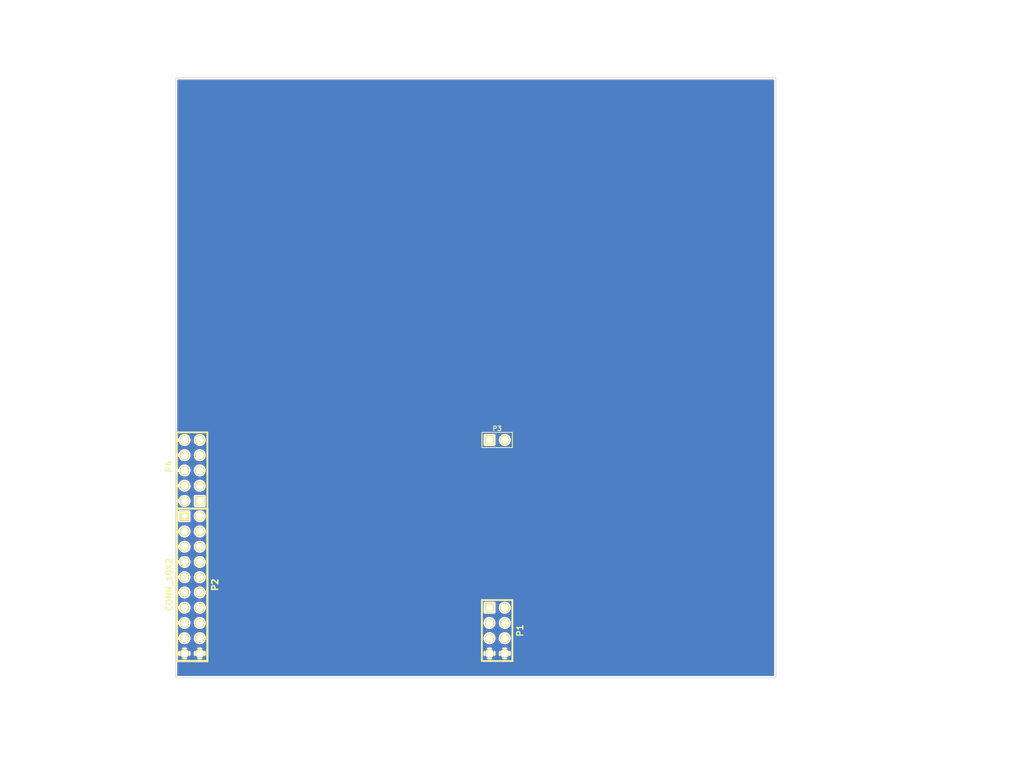
<source format=kicad_pcb>
(kicad_pcb (version 3) (host pcbnew "(2013-07-07 BZR 4022)-stable")

  (general
    (links 3)
    (no_connects 0)
    (area 96.266 79.121 266.827001 205.740001)
    (thickness 1.6)
    (drawings 16)
    (tracks 0)
    (zones 0)
    (modules 4)
    (nets 2)
  )

  (page A3)
  (layers
    (15 F.Cu signal)
    (0 B.Cu signal)
    (16 B.Adhes user)
    (17 F.Adhes user)
    (18 B.Paste user)
    (19 F.Paste user)
    (20 B.SilkS user)
    (21 F.SilkS user)
    (22 B.Mask user)
    (23 F.Mask user)
    (24 Dwgs.User user)
    (25 Cmts.User user)
    (26 Eco1.User user)
    (27 Eco2.User user)
    (28 Edge.Cuts user)
  )

  (setup
    (last_trace_width 0.254)
    (trace_clearance 0.2032)
    (zone_clearance 0.254)
    (zone_45_only no)
    (trace_min 0.254)
    (segment_width 0.2)
    (edge_width 0.1)
    (via_size 0.889)
    (via_drill 0.635)
    (via_min_size 0.889)
    (via_min_drill 0.508)
    (uvia_size 0.508)
    (uvia_drill 0.127)
    (uvias_allowed no)
    (uvia_min_size 0.508)
    (uvia_min_drill 0.127)
    (pcb_text_width 0.3)
    (pcb_text_size 1.5 1.5)
    (mod_edge_width 0.15)
    (mod_text_size 1 1)
    (mod_text_width 0.15)
    (pad_size 1.5 1.5)
    (pad_drill 0.6)
    (pad_to_mask_clearance 0)
    (aux_axis_origin 0 0)
    (visible_elements 7FFFFFFF)
    (pcbplotparams
      (layerselection 3178497)
      (usegerberextensions true)
      (excludeedgelayer true)
      (linewidth 0.150000)
      (plotframeref false)
      (viasonmask false)
      (mode 1)
      (useauxorigin false)
      (hpglpennumber 1)
      (hpglpenspeed 20)
      (hpglpendiameter 15)
      (hpglpenoverlay 2)
      (psnegative false)
      (psa4output false)
      (plotreference true)
      (plotvalue true)
      (plotothertext true)
      (plotinvisibletext false)
      (padsonsilk false)
      (subtractmaskfromsilk false)
      (outputformat 1)
      (mirror false)
      (drillshape 0)
      (scaleselection 1)
      (outputdirectory ""))
  )

  (net 0 "")
  (net 1 GND)

  (net_class Default "This is the default net class."
    (clearance 0.2032)
    (trace_width 0.254)
    (via_dia 0.889)
    (via_drill 0.635)
    (uvia_dia 0.508)
    (uvia_drill 0.127)
    (add_net "")
    (add_net GND)
  )

  (module pin_array_4x2 (layer F.Cu) (tedit 3FAB90E6) (tstamp 52DB405B)
    (at 179.07 184.15 270)
    (descr "Double rangee de contacts 2 x 4 pins")
    (tags CONN)
    (path /52DB4402)
    (fp_text reference P1 (at 0 -3.81 270) (layer F.SilkS)
      (effects (font (size 1.016 1.016) (thickness 0.2032)))
    )
    (fp_text value CONN_4X2 (at 0 3.81 270) (layer F.SilkS) hide
      (effects (font (size 1.016 1.016) (thickness 0.2032)))
    )
    (fp_line (start -5.08 -2.54) (end 5.08 -2.54) (layer F.SilkS) (width 0.3048))
    (fp_line (start 5.08 -2.54) (end 5.08 2.54) (layer F.SilkS) (width 0.3048))
    (fp_line (start 5.08 2.54) (end -5.08 2.54) (layer F.SilkS) (width 0.3048))
    (fp_line (start -5.08 2.54) (end -5.08 -2.54) (layer F.SilkS) (width 0.3048))
    (pad 1 thru_hole rect (at -3.81 1.27 270) (size 1.524 1.524) (drill 1.016)
      (layers *.Cu *.Mask F.SilkS)
    )
    (pad 2 thru_hole circle (at -3.81 -1.27 270) (size 1.524 1.524) (drill 1.016)
      (layers *.Cu *.Mask F.SilkS)
    )
    (pad 3 thru_hole circle (at -1.27 1.27 270) (size 1.524 1.524) (drill 1.016)
      (layers *.Cu *.Mask F.SilkS)
    )
    (pad 4 thru_hole circle (at -1.27 -1.27 270) (size 1.524 1.524) (drill 1.016)
      (layers *.Cu *.Mask F.SilkS)
    )
    (pad 5 thru_hole circle (at 1.27 1.27 270) (size 1.524 1.524) (drill 1.016)
      (layers *.Cu *.Mask F.SilkS)
    )
    (pad 6 thru_hole circle (at 1.27 -1.27 270) (size 1.524 1.524) (drill 1.016)
      (layers *.Cu *.Mask F.SilkS)
    )
    (pad 7 thru_hole circle (at 3.81 1.27 270) (size 1.524 1.524) (drill 1.016)
      (layers *.Cu *.Mask F.SilkS)
      (net 1 GND)
    )
    (pad 8 thru_hole circle (at 3.81 -1.27 270) (size 1.524 1.524) (drill 1.016)
      (layers *.Cu *.Mask F.SilkS)
      (net 1 GND)
    )
    (model pin_array/pins_array_4x2.wrl
      (at (xyz 0 0 0))
      (scale (xyz 1 1 1))
      (rotate (xyz 0 0 0))
    )
  )

  (module PIN_ARRAY_10X2 (layer F.Cu) (tedit 4D785D6A) (tstamp 52DB4077)
    (at 128.27 176.53 270)
    (descr "Double rangee de contacts 2 x 10 pins")
    (tags CONN)
    (path /52DB4411)
    (fp_text reference P2 (at 0 -3.81 270) (layer F.SilkS)
      (effects (font (size 1.016 1.016) (thickness 0.254)))
    )
    (fp_text value CONN_10X2 (at 0 3.81 270) (layer F.SilkS)
      (effects (font (size 1.016 1.016) (thickness 0.2032)))
    )
    (fp_line (start 12.7 2.54) (end -12.7 2.54) (layer F.SilkS) (width 0.381))
    (fp_line (start -12.7 -2.54) (end 12.7 -2.54) (layer F.SilkS) (width 0.381))
    (fp_line (start -12.7 -2.54) (end -12.7 2.54) (layer F.SilkS) (width 0.381))
    (fp_line (start 12.7 2.54) (end 12.7 -2.54) (layer F.SilkS) (width 0.381))
    (pad 1 thru_hole rect (at -11.43 1.27 270) (size 1.524 1.524) (drill 0.8128)
      (layers *.Cu *.Mask F.SilkS)
    )
    (pad 2 thru_hole circle (at -11.43 -1.27 270) (size 1.524 1.524) (drill 1.016)
      (layers *.Cu *.Mask F.SilkS)
    )
    (pad 3 thru_hole circle (at -8.89 1.27 270) (size 1.524 1.524) (drill 1.016)
      (layers *.Cu *.Mask F.SilkS)
    )
    (pad 4 thru_hole circle (at -8.89 -1.27 270) (size 1.524 1.524) (drill 1.016)
      (layers *.Cu *.Mask F.SilkS)
    )
    (pad 5 thru_hole circle (at -6.35 1.27 270) (size 1.524 1.524) (drill 1.016)
      (layers *.Cu *.Mask F.SilkS)
    )
    (pad 6 thru_hole circle (at -6.35 -1.27 270) (size 1.524 1.524) (drill 1.016)
      (layers *.Cu *.Mask F.SilkS)
    )
    (pad 7 thru_hole circle (at -3.81 1.27 270) (size 1.524 1.524) (drill 1.016)
      (layers *.Cu *.Mask F.SilkS)
    )
    (pad 8 thru_hole circle (at -3.81 -1.27 270) (size 1.524 1.524) (drill 1.016)
      (layers *.Cu *.Mask F.SilkS)
    )
    (pad 9 thru_hole circle (at -1.27 1.27 270) (size 1.524 1.524) (drill 1.016)
      (layers *.Cu *.Mask F.SilkS)
    )
    (pad 10 thru_hole circle (at -1.27 -1.27 270) (size 1.524 1.524) (drill 1.016)
      (layers *.Cu *.Mask F.SilkS)
    )
    (pad 11 thru_hole circle (at 1.27 1.27 270) (size 1.524 1.524) (drill 1.016)
      (layers *.Cu *.Mask F.SilkS)
    )
    (pad 12 thru_hole circle (at 1.27 -1.27 270) (size 1.524 1.524) (drill 1.016)
      (layers *.Cu *.Mask F.SilkS)
    )
    (pad 13 thru_hole circle (at 3.81 1.27 270) (size 1.524 1.524) (drill 1.016)
      (layers *.Cu *.Mask F.SilkS)
    )
    (pad 14 thru_hole circle (at 3.81 -1.27 270) (size 1.524 1.524) (drill 1.016)
      (layers *.Cu *.Mask F.SilkS)
    )
    (pad 15 thru_hole circle (at 6.35 1.27 270) (size 1.524 1.524) (drill 1.016)
      (layers *.Cu *.Mask F.SilkS)
    )
    (pad 16 thru_hole circle (at 6.35 -1.27 270) (size 1.524 1.524) (drill 1.016)
      (layers *.Cu *.Mask F.SilkS)
    )
    (pad 17 thru_hole circle (at 8.89 1.27 270) (size 1.524 1.524) (drill 1.016)
      (layers *.Cu *.Mask F.SilkS)
    )
    (pad 18 thru_hole circle (at 8.89 -1.27 270) (size 1.524 1.524) (drill 1.016)
      (layers *.Cu *.Mask F.SilkS)
    )
    (pad 19 thru_hole circle (at 11.43 1.27 270) (size 1.524 1.524) (drill 1.016)
      (layers *.Cu *.Mask F.SilkS)
      (net 1 GND)
    )
    (pad 20 thru_hole circle (at 11.43 -1.27 270) (size 1.524 1.524) (drill 1.016)
      (layers *.Cu *.Mask F.SilkS)
      (net 1 GND)
    )
    (model pin_array/pins_array_12x2.wrl
      (at (xyz 0 0 0))
      (scale (xyz 1 1 1))
      (rotate (xyz 0 0 0))
    )
  )

  (module PIN_ARRAY_5x2 (layer F.Cu) (tedit 3FCF2109) (tstamp 52DB425D)
    (at 128.27 157.48 90)
    (descr "Double rangee de contacts 2 x 5 pins")
    (tags CONN)
    (path /52DB49D4)
    (fp_text reference P4 (at 0.635 -3.81 90) (layer F.SilkS)
      (effects (font (size 1.016 1.016) (thickness 0.2032)))
    )
    (fp_text value CONN_5X2 (at 0 -3.81 90) (layer F.SilkS) hide
      (effects (font (size 1.016 1.016) (thickness 0.2032)))
    )
    (fp_line (start -6.35 -2.54) (end 6.35 -2.54) (layer F.SilkS) (width 0.3048))
    (fp_line (start 6.35 -2.54) (end 6.35 2.54) (layer F.SilkS) (width 0.3048))
    (fp_line (start 6.35 2.54) (end -6.35 2.54) (layer F.SilkS) (width 0.3048))
    (fp_line (start -6.35 2.54) (end -6.35 -2.54) (layer F.SilkS) (width 0.3048))
    (pad 1 thru_hole rect (at -5.08 1.27 90) (size 1.524 1.524) (drill 1.016)
      (layers *.Cu *.Mask F.SilkS)
    )
    (pad 2 thru_hole circle (at -5.08 -1.27 90) (size 1.524 1.524) (drill 1.016)
      (layers *.Cu *.Mask F.SilkS)
    )
    (pad 3 thru_hole circle (at -2.54 1.27 90) (size 1.524 1.524) (drill 1.016)
      (layers *.Cu *.Mask F.SilkS)
    )
    (pad 4 thru_hole circle (at -2.54 -1.27 90) (size 1.524 1.524) (drill 1.016)
      (layers *.Cu *.Mask F.SilkS)
    )
    (pad 5 thru_hole circle (at 0 1.27 90) (size 1.524 1.524) (drill 1.016)
      (layers *.Cu *.Mask F.SilkS)
    )
    (pad 6 thru_hole circle (at 0 -1.27 90) (size 1.524 1.524) (drill 1.016)
      (layers *.Cu *.Mask F.SilkS)
    )
    (pad 7 thru_hole circle (at 2.54 1.27 90) (size 1.524 1.524) (drill 1.016)
      (layers *.Cu *.Mask F.SilkS)
    )
    (pad 8 thru_hole circle (at 2.54 -1.27 90) (size 1.524 1.524) (drill 1.016)
      (layers *.Cu *.Mask F.SilkS)
    )
    (pad 9 thru_hole circle (at 5.08 1.27 90) (size 1.524 1.524) (drill 1.016)
      (layers *.Cu *.Mask F.SilkS)
    )
    (pad 10 thru_hole circle (at 5.08 -1.27 90) (size 1.524 1.524) (drill 1.016)
      (layers *.Cu *.Mask F.SilkS)
    )
    (model pin_array/pins_array_5x2.wrl
      (at (xyz 0 0 0))
      (scale (xyz 1 1 1))
      (rotate (xyz 0 0 0))
    )
  )

  (module PIN_ARRAY_2X1 (layer F.Cu) (tedit 4565C520) (tstamp 52DB4267)
    (at 179.07 152.4)
    (descr "Connecteurs 2 pins")
    (tags "CONN DEV")
    (path /52DB49B9)
    (fp_text reference P3 (at 0 -1.905) (layer F.SilkS)
      (effects (font (size 0.762 0.762) (thickness 0.1524)))
    )
    (fp_text value CONN_2 (at 0 -1.905) (layer F.SilkS) hide
      (effects (font (size 0.762 0.762) (thickness 0.1524)))
    )
    (fp_line (start -2.54 1.27) (end -2.54 -1.27) (layer F.SilkS) (width 0.1524))
    (fp_line (start -2.54 -1.27) (end 2.54 -1.27) (layer F.SilkS) (width 0.1524))
    (fp_line (start 2.54 -1.27) (end 2.54 1.27) (layer F.SilkS) (width 0.1524))
    (fp_line (start 2.54 1.27) (end -2.54 1.27) (layer F.SilkS) (width 0.1524))
    (pad 1 thru_hole rect (at -1.27 0) (size 1.524 1.524) (drill 1.016)
      (layers *.Cu *.Mask F.SilkS)
    )
    (pad 2 thru_hole circle (at 1.27 0) (size 1.524 1.524) (drill 1.016)
      (layers *.Cu *.Mask F.SilkS)
    )
    (model pin_array/pins_array_2x1.wrl
      (at (xyz 0 0 0))
      (scale (xyz 1 1 1))
      (rotate (xyz 0 0 0))
    )
  )

  (gr_line (start 225.5 192.024) (end 125.5 192.024) (angle 90) (layer Edge.Cuts) (width 0.1))
  (gr_line (start 225.5 92.075) (end 225.5 192.024) (angle 90) (layer Edge.Cuts) (width 0.1))
  (gr_line (start 125.5 192.024) (end 125.5 92.075) (angle 90) (layer Edge.Cuts) (width 0.1))
  (gr_line (start 125.5 92.075) (end 225.5 92.075) (angle 90) (layer Edge.Cuts) (width 0.1))
  (gr_line (start 120.65 93.345) (end 186.69 93.345) (angle 90) (layer Cmts.User) (width 0.2))
  (gr_line (start 186.69 190.5) (end 186.69 93.472) (angle 90) (layer Cmts.User) (width 0.2))
  (gr_line (start 120.65 190.5) (end 186.69 190.5) (angle 90) (layer Cmts.User) (width 0.2))
  (gr_line (start 120.65 190.5) (end 120.65 93.472) (angle 90) (layer Cmts.User) (width 0.2))
  (gr_line (start 180.34 127) (end 177.8 127) (angle 90) (layer Cmts.User) (width 0.2))
  (gr_line (start 180.34 187.96) (end 180.34 127) (angle 90) (layer Cmts.User) (width 0.2))
  (gr_line (start 177.8 187.96) (end 180.34 187.96) (angle 90) (layer Cmts.User) (width 0.2))
  (gr_line (start 177.8 127) (end 177.8 187.96) (angle 90) (layer Cmts.User) (width 0.2))
  (gr_line (start 127 127) (end 129.54 127) (angle 90) (layer Cmts.User) (width 0.2))
  (gr_line (start 129.54 187.96) (end 129.54 127) (angle 90) (layer Cmts.User) (width 0.2))
  (gr_line (start 127 187.96) (end 129.54 187.96) (angle 90) (layer Cmts.User) (width 0.2))
  (gr_line (start 127 127) (end 127 187.96) (angle 90) (layer Cmts.User) (width 0.2))

  (zone (net 1) (net_name GND) (layer F.Cu) (tstamp 52DB43D9) (hatch edge 0.508)
    (connect_pads (clearance 0.254))
    (min_thickness 0.254)
    (fill (arc_segments 16) (thermal_gap 0.254) (thermal_bridge_width 0.508))
    (polygon
      (pts
        (xy 96.266 79.121) (xy 96.266 200.152) (xy 266.827 200.152) (xy 266.827 79.121)
      )
    )
    (filled_polygon
      (pts
        (xy 225.069 191.593) (xy 181.49609 191.593) (xy 181.49609 188.106944) (xy 181.483197 187.922856) (xy 181.483197 185.193641)
        (xy 181.483197 182.653641) (xy 181.483197 180.113641) (xy 181.483197 152.173641) (xy 181.309553 151.753389) (xy 180.988302 151.431577)
        (xy 180.568354 151.2572) (xy 180.113641 151.256803) (xy 179.693389 151.430447) (xy 179.371577 151.751698) (xy 179.1972 152.171646)
        (xy 179.196803 152.626359) (xy 179.370447 153.046611) (xy 179.691698 153.368423) (xy 180.111646 153.5428) (xy 180.566359 153.543197)
        (xy 180.986611 153.369553) (xy 181.308423 153.048302) (xy 181.4828 152.628354) (xy 181.483197 152.173641) (xy 181.483197 180.113641)
        (xy 181.309553 179.693389) (xy 180.988302 179.371577) (xy 180.568354 179.1972) (xy 180.113641 179.196803) (xy 179.693389 179.370447)
        (xy 179.371577 179.691698) (xy 179.1972 180.111646) (xy 179.196803 180.566359) (xy 179.370447 180.986611) (xy 179.691698 181.308423)
        (xy 180.111646 181.4828) (xy 180.566359 181.483197) (xy 180.986611 181.309553) (xy 181.308423 180.988302) (xy 181.4828 180.568354)
        (xy 181.483197 180.113641) (xy 181.483197 182.653641) (xy 181.309553 182.233389) (xy 180.988302 181.911577) (xy 180.568354 181.7372)
        (xy 180.113641 181.736803) (xy 179.693389 181.910447) (xy 179.371577 182.231698) (xy 179.1972 182.651646) (xy 179.196803 183.106359)
        (xy 179.370447 183.526611) (xy 179.691698 183.848423) (xy 180.111646 184.0228) (xy 180.566359 184.023197) (xy 180.986611 183.849553)
        (xy 181.308423 183.528302) (xy 181.4828 183.108354) (xy 181.483197 182.653641) (xy 181.483197 185.193641) (xy 181.309553 184.773389)
        (xy 180.988302 184.451577) (xy 180.568354 184.2772) (xy 180.113641 184.276803) (xy 179.693389 184.450447) (xy 179.371577 184.771698)
        (xy 179.1972 185.191646) (xy 179.196803 185.646359) (xy 179.370447 186.066611) (xy 179.691698 186.388423) (xy 180.111646 186.5628)
        (xy 180.566359 186.563197) (xy 180.986611 186.389553) (xy 181.308423 186.068302) (xy 181.4828 185.648354) (xy 181.483197 185.193641)
        (xy 181.483197 187.922856) (xy 181.464321 187.653342) (xy 181.351855 187.381825) (xy 181.181159 187.298446) (xy 181.001554 187.478051)
        (xy 181.001554 187.118841) (xy 180.918175 186.948145) (xy 180.486944 186.80391) (xy 180.033342 186.835679) (xy 179.761825 186.948145)
        (xy 179.678446 187.118841) (xy 180.34 187.780395) (xy 181.001554 187.118841) (xy 181.001554 187.478051) (xy 180.519605 187.96)
        (xy 181.181159 188.621554) (xy 181.351855 188.538175) (xy 181.49609 188.106944) (xy 181.49609 191.593) (xy 181.001554 191.593)
        (xy 181.001554 188.801159) (xy 180.34 188.139605) (xy 180.160395 188.31921) (xy 180.160395 187.96) (xy 179.498841 187.298446)
        (xy 179.328145 187.381825) (xy 179.18391 187.813056) (xy 179.215679 188.266658) (xy 179.328145 188.538175) (xy 179.498841 188.621554)
        (xy 180.160395 187.96) (xy 180.160395 188.31921) (xy 179.678446 188.801159) (xy 179.761825 188.971855) (xy 180.193056 189.11609)
        (xy 180.646658 189.084321) (xy 180.918175 188.971855) (xy 181.001554 188.801159) (xy 181.001554 191.593) (xy 178.95609 191.593)
        (xy 178.95609 188.106944) (xy 178.943197 187.922856) (xy 178.943197 185.193641) (xy 178.943197 182.653641) (xy 178.943066 182.653323)
        (xy 178.943066 181.026547) (xy 178.943066 179.502547) (xy 178.943066 153.086547) (xy 178.943066 151.562547) (xy 178.885184 151.422463)
        (xy 178.778101 151.315192) (xy 178.638118 151.257066) (xy 178.486547 151.256934) (xy 176.962547 151.256934) (xy 176.822463 151.314816)
        (xy 176.715192 151.421899) (xy 176.657066 151.561882) (xy 176.656934 151.713453) (xy 176.656934 153.237453) (xy 176.714816 153.377537)
        (xy 176.821899 153.484808) (xy 176.961882 153.542934) (xy 177.113453 153.543066) (xy 178.637453 153.543066) (xy 178.777537 153.485184)
        (xy 178.884808 153.378101) (xy 178.942934 153.238118) (xy 178.943066 153.086547) (xy 178.943066 179.502547) (xy 178.885184 179.362463)
        (xy 178.778101 179.255192) (xy 178.638118 179.197066) (xy 178.486547 179.196934) (xy 176.962547 179.196934) (xy 176.822463 179.254816)
        (xy 176.715192 179.361899) (xy 176.657066 179.501882) (xy 176.656934 179.653453) (xy 176.656934 181.177453) (xy 176.714816 181.317537)
        (xy 176.821899 181.424808) (xy 176.961882 181.482934) (xy 177.113453 181.483066) (xy 178.637453 181.483066) (xy 178.777537 181.425184)
        (xy 178.884808 181.318101) (xy 178.942934 181.178118) (xy 178.943066 181.026547) (xy 178.943066 182.653323) (xy 178.769553 182.233389)
        (xy 178.448302 181.911577) (xy 178.028354 181.7372) (xy 177.573641 181.736803) (xy 177.153389 181.910447) (xy 176.831577 182.231698)
        (xy 176.6572 182.651646) (xy 176.656803 183.106359) (xy 176.830447 183.526611) (xy 177.151698 183.848423) (xy 177.571646 184.0228)
        (xy 178.026359 184.023197) (xy 178.446611 183.849553) (xy 178.768423 183.528302) (xy 178.9428 183.108354) (xy 178.943197 182.653641)
        (xy 178.943197 185.193641) (xy 178.769553 184.773389) (xy 178.448302 184.451577) (xy 178.028354 184.2772) (xy 177.573641 184.276803)
        (xy 177.153389 184.450447) (xy 176.831577 184.771698) (xy 176.6572 185.191646) (xy 176.656803 185.646359) (xy 176.830447 186.066611)
        (xy 177.151698 186.388423) (xy 177.571646 186.5628) (xy 178.026359 186.563197) (xy 178.446611 186.389553) (xy 178.768423 186.068302)
        (xy 178.9428 185.648354) (xy 178.943197 185.193641) (xy 178.943197 187.922856) (xy 178.924321 187.653342) (xy 178.811855 187.381825)
        (xy 178.641159 187.298446) (xy 178.461554 187.478051) (xy 178.461554 187.118841) (xy 178.378175 186.948145) (xy 177.946944 186.80391)
        (xy 177.493342 186.835679) (xy 177.221825 186.948145) (xy 177.138446 187.118841) (xy 177.8 187.780395) (xy 178.461554 187.118841)
        (xy 178.461554 187.478051) (xy 177.979605 187.96) (xy 178.641159 188.621554) (xy 178.811855 188.538175) (xy 178.95609 188.106944)
        (xy 178.95609 191.593) (xy 178.461554 191.593) (xy 178.461554 188.801159) (xy 177.8 188.139605) (xy 177.620395 188.31921)
        (xy 177.620395 187.96) (xy 176.958841 187.298446) (xy 176.788145 187.381825) (xy 176.64391 187.813056) (xy 176.675679 188.266658)
        (xy 176.788145 188.538175) (xy 176.958841 188.621554) (xy 177.620395 187.96) (xy 177.620395 188.31921) (xy 177.138446 188.801159)
        (xy 177.221825 188.971855) (xy 177.653056 189.11609) (xy 178.106658 189.084321) (xy 178.378175 188.971855) (xy 178.461554 188.801159)
        (xy 178.461554 191.593) (xy 130.69609 191.593) (xy 130.69609 188.106944) (xy 130.683197 187.922856) (xy 130.683197 185.193641)
        (xy 130.683197 182.653641) (xy 130.683197 180.113641) (xy 130.683197 177.573641) (xy 130.683197 175.033641) (xy 130.683197 172.493641)
        (xy 130.683197 169.953641) (xy 130.683197 167.413641) (xy 130.683197 164.873641) (xy 130.683197 159.793641) (xy 130.683197 157.253641)
        (xy 130.683197 154.713641) (xy 130.683197 152.173641) (xy 130.509553 151.753389) (xy 130.188302 151.431577) (xy 129.768354 151.2572)
        (xy 129.313641 151.256803) (xy 128.893389 151.430447) (xy 128.571577 151.751698) (xy 128.3972 152.171646) (xy 128.396803 152.626359)
        (xy 128.570447 153.046611) (xy 128.891698 153.368423) (xy 129.311646 153.5428) (xy 129.766359 153.543197) (xy 130.186611 153.369553)
        (xy 130.508423 153.048302) (xy 130.6828 152.628354) (xy 130.683197 152.173641) (xy 130.683197 154.713641) (xy 130.509553 154.293389)
        (xy 130.188302 153.971577) (xy 129.768354 153.7972) (xy 129.313641 153.796803) (xy 128.893389 153.970447) (xy 128.571577 154.291698)
        (xy 128.3972 154.711646) (xy 128.396803 155.166359) (xy 128.570447 155.586611) (xy 128.891698 155.908423) (xy 129.311646 156.0828)
        (xy 129.766359 156.083197) (xy 130.186611 155.909553) (xy 130.508423 155.588302) (xy 130.6828 155.168354) (xy 130.683197 154.713641)
        (xy 130.683197 157.253641) (xy 130.509553 156.833389) (xy 130.188302 156.511577) (xy 129.768354 156.3372) (xy 129.313641 156.336803)
        (xy 128.893389 156.510447) (xy 128.571577 156.831698) (xy 128.3972 157.251646) (xy 128.396803 157.706359) (xy 128.570447 158.126611)
        (xy 128.891698 158.448423) (xy 129.311646 158.6228) (xy 129.766359 158.623197) (xy 130.186611 158.449553) (xy 130.508423 158.128302)
        (xy 130.6828 157.708354) (xy 130.683197 157.253641) (xy 130.683197 159.793641) (xy 130.509553 159.373389) (xy 130.188302 159.051577)
        (xy 129.768354 158.8772) (xy 129.313641 158.876803) (xy 128.893389 159.050447) (xy 128.571577 159.371698) (xy 128.3972 159.791646)
        (xy 128.396803 160.246359) (xy 128.570447 160.666611) (xy 128.891698 160.988423) (xy 129.311646 161.1628) (xy 129.766359 161.163197)
        (xy 130.186611 160.989553) (xy 130.508423 160.668302) (xy 130.6828 160.248354) (xy 130.683197 159.793641) (xy 130.683197 164.873641)
        (xy 130.683066 164.873323) (xy 130.683066 163.246547) (xy 130.683066 161.722547) (xy 130.625184 161.582463) (xy 130.518101 161.475192)
        (xy 130.378118 161.417066) (xy 130.226547 161.416934) (xy 128.702547 161.416934) (xy 128.562463 161.474816) (xy 128.455192 161.581899)
        (xy 128.397066 161.721882) (xy 128.396934 161.873453) (xy 128.396934 163.397453) (xy 128.454816 163.537537) (xy 128.561899 163.644808)
        (xy 128.701882 163.702934) (xy 128.853453 163.703066) (xy 130.377453 163.703066) (xy 130.517537 163.645184) (xy 130.624808 163.538101)
        (xy 130.682934 163.398118) (xy 130.683066 163.246547) (xy 130.683066 164.873323) (xy 130.509553 164.453389) (xy 130.188302 164.131577)
        (xy 129.768354 163.9572) (xy 129.313641 163.956803) (xy 128.893389 164.130447) (xy 128.571577 164.451698) (xy 128.3972 164.871646)
        (xy 128.396803 165.326359) (xy 128.570447 165.746611) (xy 128.891698 166.068423) (xy 129.311646 166.2428) (xy 129.766359 166.243197)
        (xy 130.186611 166.069553) (xy 130.508423 165.748302) (xy 130.6828 165.328354) (xy 130.683197 164.873641) (xy 130.683197 167.413641)
        (xy 130.509553 166.993389) (xy 130.188302 166.671577) (xy 129.768354 166.4972) (xy 129.313641 166.496803) (xy 128.893389 166.670447)
        (xy 128.571577 166.991698) (xy 128.3972 167.411646) (xy 128.396803 167.866359) (xy 128.570447 168.286611) (xy 128.891698 168.608423)
        (xy 129.311646 168.7828) (xy 129.766359 168.783197) (xy 130.186611 168.609553) (xy 130.508423 168.288302) (xy 130.6828 167.868354)
        (xy 130.683197 167.413641) (xy 130.683197 169.953641) (xy 130.509553 169.533389) (xy 130.188302 169.211577) (xy 129.768354 169.0372)
        (xy 129.313641 169.036803) (xy 128.893389 169.210447) (xy 128.571577 169.531698) (xy 128.3972 169.951646) (xy 128.396803 170.406359)
        (xy 128.570447 170.826611) (xy 128.891698 171.148423) (xy 129.311646 171.3228) (xy 129.766359 171.323197) (xy 130.186611 171.149553)
        (xy 130.508423 170.828302) (xy 130.6828 170.408354) (xy 130.683197 169.953641) (xy 130.683197 172.493641) (xy 130.509553 172.073389)
        (xy 130.188302 171.751577) (xy 129.768354 171.5772) (xy 129.313641 171.576803) (xy 128.893389 171.750447) (xy 128.571577 172.071698)
        (xy 128.3972 172.491646) (xy 128.396803 172.946359) (xy 128.570447 173.366611) (xy 128.891698 173.688423) (xy 129.311646 173.8628)
        (xy 129.766359 173.863197) (xy 130.186611 173.689553) (xy 130.508423 173.368302) (xy 130.6828 172.948354) (xy 130.683197 172.493641)
        (xy 130.683197 175.033641) (xy 130.509553 174.613389) (xy 130.188302 174.291577) (xy 129.768354 174.1172) (xy 129.313641 174.116803)
        (xy 128.893389 174.290447) (xy 128.571577 174.611698) (xy 128.3972 175.031646) (xy 128.396803 175.486359) (xy 128.570447 175.906611)
        (xy 128.891698 176.228423) (xy 129.311646 176.4028) (xy 129.766359 176.403197) (xy 130.186611 176.229553) (xy 130.508423 175.908302)
        (xy 130.6828 175.488354) (xy 130.683197 175.033641) (xy 130.683197 177.573641) (xy 130.509553 177.153389) (xy 130.188302 176.831577)
        (xy 129.768354 176.6572) (xy 129.313641 176.656803) (xy 128.893389 176.830447) (xy 128.571577 177.151698) (xy 128.3972 177.571646)
        (xy 128.396803 178.026359) (xy 128.570447 178.446611) (xy 128.891698 178.768423) (xy 129.311646 178.9428) (xy 129.766359 178.943197)
        (xy 130.186611 178.769553) (xy 130.508423 178.448302) (xy 130.6828 178.028354) (xy 130.683197 177.573641) (xy 130.683197 180.113641)
        (xy 130.509553 179.693389) (xy 130.188302 179.371577) (xy 129.768354 179.1972) (xy 129.313641 179.196803) (xy 128.893389 179.370447)
        (xy 128.571577 179.691698) (xy 128.3972 180.111646) (xy 128.396803 180.566359) (xy 128.570447 180.986611) (xy 128.891698 181.308423)
        (xy 129.311646 181.4828) (xy 129.766359 181.483197) (xy 130.186611 181.309553) (xy 130.508423 180.988302) (xy 130.6828 180.568354)
        (xy 130.683197 180.113641) (xy 130.683197 182.653641) (xy 130.509553 182.233389) (xy 130.188302 181.911577) (xy 129.768354 181.7372)
        (xy 129.313641 181.736803) (xy 128.893389 181.910447) (xy 128.571577 182.231698) (xy 128.3972 182.651646) (xy 128.396803 183.106359)
        (xy 128.570447 183.526611) (xy 128.891698 183.848423) (xy 129.311646 184.0228) (xy 129.766359 184.023197) (xy 130.186611 183.849553)
        (xy 130.508423 183.528302) (xy 130.6828 183.108354) (xy 130.683197 182.653641) (xy 130.683197 185.193641) (xy 130.509553 184.773389)
        (xy 130.188302 184.451577) (xy 129.768354 184.2772) (xy 129.313641 184.276803) (xy 128.893389 184.450447) (xy 128.571577 184.771698)
        (xy 128.3972 185.191646) (xy 128.396803 185.646359) (xy 128.570447 186.066611) (xy 128.891698 186.388423) (xy 129.311646 186.5628)
        (xy 129.766359 186.563197) (xy 130.186611 186.389553) (xy 130.508423 186.068302) (xy 130.6828 185.648354) (xy 130.683197 185.193641)
        (xy 130.683197 187.922856) (xy 130.664321 187.653342) (xy 130.551855 187.381825) (xy 130.381159 187.298446) (xy 130.201554 187.478051)
        (xy 130.201554 187.118841) (xy 130.118175 186.948145) (xy 129.686944 186.80391) (xy 129.233342 186.835679) (xy 128.961825 186.948145)
        (xy 128.878446 187.118841) (xy 129.54 187.780395) (xy 130.201554 187.118841) (xy 130.201554 187.478051) (xy 129.719605 187.96)
        (xy 130.381159 188.621554) (xy 130.551855 188.538175) (xy 130.69609 188.106944) (xy 130.69609 191.593) (xy 130.201554 191.593)
        (xy 130.201554 188.801159) (xy 129.54 188.139605) (xy 129.360395 188.31921) (xy 129.360395 187.96) (xy 128.698841 187.298446)
        (xy 128.528145 187.381825) (xy 128.38391 187.813056) (xy 128.415679 188.266658) (xy 128.528145 188.538175) (xy 128.698841 188.621554)
        (xy 129.360395 187.96) (xy 129.360395 188.31921) (xy 128.878446 188.801159) (xy 128.961825 188.971855) (xy 129.393056 189.11609)
        (xy 129.846658 189.084321) (xy 130.118175 188.971855) (xy 130.201554 188.801159) (xy 130.201554 191.593) (xy 128.15609 191.593)
        (xy 128.15609 188.106944) (xy 128.124321 187.653342) (xy 128.011855 187.381825) (xy 127.841159 187.298446) (xy 127.661554 187.478051)
        (xy 127.661554 187.118841) (xy 127.578175 186.948145) (xy 127.146944 186.80391) (xy 126.693342 186.835679) (xy 126.421825 186.948145)
        (xy 126.338446 187.118841) (xy 127 187.780395) (xy 127.661554 187.118841) (xy 127.661554 187.478051) (xy 127.179605 187.96)
        (xy 127.841159 188.621554) (xy 128.011855 188.538175) (xy 128.15609 188.106944) (xy 128.15609 191.593) (xy 127.661554 191.593)
        (xy 127.661554 188.801159) (xy 127 188.139605) (xy 126.338446 188.801159) (xy 126.421825 188.971855) (xy 126.853056 189.11609)
        (xy 127.306658 189.084321) (xy 127.578175 188.971855) (xy 127.661554 188.801159) (xy 127.661554 191.593) (xy 125.931 191.593)
        (xy 125.931 188.400214) (xy 125.988145 188.538175) (xy 126.158841 188.621554) (xy 126.820395 187.96) (xy 126.158841 187.298446)
        (xy 125.988145 187.381825) (xy 125.931 187.552676) (xy 125.931 185.82593) (xy 126.030447 186.066611) (xy 126.351698 186.388423)
        (xy 126.771646 186.5628) (xy 127.226359 186.563197) (xy 127.646611 186.389553) (xy 127.968423 186.068302) (xy 128.1428 185.648354)
        (xy 128.143197 185.193641) (xy 127.969553 184.773389) (xy 127.648302 184.451577) (xy 127.228354 184.2772) (xy 126.773641 184.276803)
        (xy 126.353389 184.450447) (xy 126.031577 184.771698) (xy 125.931 185.013915) (xy 125.931 183.28593) (xy 126.030447 183.526611)
        (xy 126.351698 183.848423) (xy 126.771646 184.0228) (xy 127.226359 184.023197) (xy 127.646611 183.849553) (xy 127.968423 183.528302)
        (xy 128.1428 183.108354) (xy 128.143197 182.653641) (xy 127.969553 182.233389) (xy 127.648302 181.911577) (xy 127.228354 181.7372)
        (xy 126.773641 181.736803) (xy 126.353389 181.910447) (xy 126.031577 182.231698) (xy 125.931 182.473915) (xy 125.931 180.74593)
        (xy 126.030447 180.986611) (xy 126.351698 181.308423) (xy 126.771646 181.4828) (xy 127.226359 181.483197) (xy 127.646611 181.309553)
        (xy 127.968423 180.988302) (xy 128.1428 180.568354) (xy 128.143197 180.113641) (xy 127.969553 179.693389) (xy 127.648302 179.371577)
        (xy 127.228354 179.1972) (xy 126.773641 179.196803) (xy 126.353389 179.370447) (xy 126.031577 179.691698) (xy 125.931 179.933915)
        (xy 125.931 178.20593) (xy 126.030447 178.446611) (xy 126.351698 178.768423) (xy 126.771646 178.9428) (xy 127.226359 178.943197)
        (xy 127.646611 178.769553) (xy 127.968423 178.448302) (xy 128.1428 178.028354) (xy 128.143197 177.573641) (xy 127.969553 177.153389)
        (xy 127.648302 176.831577) (xy 127.228354 176.6572) (xy 126.773641 176.656803) (xy 126.353389 176.830447) (xy 126.031577 177.151698)
        (xy 125.931 177.393915) (xy 125.931 175.66593) (xy 126.030447 175.906611) (xy 126.351698 176.228423) (xy 126.771646 176.4028)
        (xy 127.226359 176.403197) (xy 127.646611 176.229553) (xy 127.968423 175.908302) (xy 128.1428 175.488354) (xy 128.143197 175.033641)
        (xy 127.969553 174.613389) (xy 127.648302 174.291577) (xy 127.228354 174.1172) (xy 126.773641 174.116803) (xy 126.353389 174.290447)
        (xy 126.031577 174.611698) (xy 125.931 174.853915) (xy 125.931 173.12593) (xy 126.030447 173.366611) (xy 126.351698 173.688423)
        (xy 126.771646 173.8628) (xy 127.226359 173.863197) (xy 127.646611 173.689553) (xy 127.968423 173.368302) (xy 128.1428 172.948354)
        (xy 128.143197 172.493641) (xy 127.969553 172.073389) (xy 127.648302 171.751577) (xy 127.228354 171.5772) (xy 126.773641 171.576803)
        (xy 126.353389 171.750447) (xy 126.031577 172.071698) (xy 125.931 172.313915) (xy 125.931 170.58593) (xy 126.030447 170.826611)
        (xy 126.351698 171.148423) (xy 126.771646 171.3228) (xy 127.226359 171.323197) (xy 127.646611 171.149553) (xy 127.968423 170.828302)
        (xy 128.1428 170.408354) (xy 128.143197 169.953641) (xy 127.969553 169.533389) (xy 127.648302 169.211577) (xy 127.228354 169.0372)
        (xy 126.773641 169.036803) (xy 126.353389 169.210447) (xy 126.031577 169.531698) (xy 125.931 169.773915) (xy 125.931 168.04593)
        (xy 126.030447 168.286611) (xy 126.351698 168.608423) (xy 126.771646 168.7828) (xy 127.226359 168.783197) (xy 127.646611 168.609553)
        (xy 127.968423 168.288302) (xy 128.1428 167.868354) (xy 128.143197 167.413641) (xy 127.969553 166.993389) (xy 127.648302 166.671577)
        (xy 127.228354 166.4972) (xy 126.773641 166.496803) (xy 126.353389 166.670447) (xy 126.031577 166.991698) (xy 125.931 167.233915)
        (xy 125.931 166.093749) (xy 126.021899 166.184808) (xy 126.161882 166.242934) (xy 126.313453 166.243066) (xy 127.837453 166.243066)
        (xy 127.977537 166.185184) (xy 128.084808 166.078101) (xy 128.142934 165.938118) (xy 128.143066 165.786547) (xy 128.143066 164.262547)
        (xy 128.085184 164.122463) (xy 127.978101 164.015192) (xy 127.838118 163.957066) (xy 127.686547 163.956934) (xy 126.162547 163.956934)
        (xy 126.022463 164.014816) (xy 125.931 164.106118) (xy 125.931 162.96593) (xy 126.030447 163.206611) (xy 126.351698 163.528423)
        (xy 126.771646 163.7028) (xy 127.226359 163.703197) (xy 127.646611 163.529553) (xy 127.968423 163.208302) (xy 128.1428 162.788354)
        (xy 128.143197 162.333641) (xy 127.969553 161.913389) (xy 127.648302 161.591577) (xy 127.228354 161.4172) (xy 126.773641 161.416803)
        (xy 126.353389 161.590447) (xy 126.031577 161.911698) (xy 125.931 162.153915) (xy 125.931 160.42593) (xy 126.030447 160.666611)
        (xy 126.351698 160.988423) (xy 126.771646 161.1628) (xy 127.226359 161.163197) (xy 127.646611 160.989553) (xy 127.968423 160.668302)
        (xy 128.1428 160.248354) (xy 128.143197 159.793641) (xy 127.969553 159.373389) (xy 127.648302 159.051577) (xy 127.228354 158.8772)
        (xy 126.773641 158.876803) (xy 126.353389 159.050447) (xy 126.031577 159.371698) (xy 125.931 159.613915) (xy 125.931 157.88593)
        (xy 126.030447 158.126611) (xy 126.351698 158.448423) (xy 126.771646 158.6228) (xy 127.226359 158.623197) (xy 127.646611 158.449553)
        (xy 127.968423 158.128302) (xy 128.1428 157.708354) (xy 128.143197 157.253641) (xy 127.969553 156.833389) (xy 127.648302 156.511577)
        (xy 127.228354 156.3372) (xy 126.773641 156.336803) (xy 126.353389 156.510447) (xy 126.031577 156.831698) (xy 125.931 157.073915)
        (xy 125.931 155.34593) (xy 126.030447 155.586611) (xy 126.351698 155.908423) (xy 126.771646 156.0828) (xy 127.226359 156.083197)
        (xy 127.646611 155.909553) (xy 127.968423 155.588302) (xy 128.1428 155.168354) (xy 128.143197 154.713641) (xy 127.969553 154.293389)
        (xy 127.648302 153.971577) (xy 127.228354 153.7972) (xy 126.773641 153.796803) (xy 126.353389 153.970447) (xy 126.031577 154.291698)
        (xy 125.931 154.533915) (xy 125.931 152.80593) (xy 126.030447 153.046611) (xy 126.351698 153.368423) (xy 126.771646 153.5428)
        (xy 127.226359 153.543197) (xy 127.646611 153.369553) (xy 127.968423 153.048302) (xy 128.1428 152.628354) (xy 128.143197 152.173641)
        (xy 127.969553 151.753389) (xy 127.648302 151.431577) (xy 127.228354 151.2572) (xy 126.773641 151.256803) (xy 126.353389 151.430447)
        (xy 126.031577 151.751698) (xy 125.931 151.993915) (xy 125.931 92.506) (xy 225.069 92.506) (xy 225.069 191.593)
      )
    )
  )
  (zone (net 1) (net_name GND) (layer B.Cu) (tstamp 52DB43F0) (hatch edge 0.508)
    (connect_pads (clearance 0.254))
    (min_thickness 0.254)
    (fill (arc_segments 16) (thermal_gap 0.254) (thermal_bridge_width 0.508))
    (polygon
      (pts
        (xy 233.68 83.82) (xy 233.68 205.74) (xy 109.22 205.74) (xy 109.22 83.82)
      )
    )
    (filled_polygon
      (pts
        (xy 225.069 191.593) (xy 181.49609 191.593) (xy 181.49609 188.106944) (xy 181.483197 187.922856) (xy 181.483197 185.193641)
        (xy 181.483197 182.653641) (xy 181.483197 180.113641) (xy 181.483197 152.173641) (xy 181.309553 151.753389) (xy 180.988302 151.431577)
        (xy 180.568354 151.2572) (xy 180.113641 151.256803) (xy 179.693389 151.430447) (xy 179.371577 151.751698) (xy 179.1972 152.171646)
        (xy 179.196803 152.626359) (xy 179.370447 153.046611) (xy 179.691698 153.368423) (xy 180.111646 153.5428) (xy 180.566359 153.543197)
        (xy 180.986611 153.369553) (xy 181.308423 153.048302) (xy 181.4828 152.628354) (xy 181.483197 152.173641) (xy 181.483197 180.113641)
        (xy 181.309553 179.693389) (xy 180.988302 179.371577) (xy 180.568354 179.1972) (xy 180.113641 179.196803) (xy 179.693389 179.370447)
        (xy 179.371577 179.691698) (xy 179.1972 180.111646) (xy 179.196803 180.566359) (xy 179.370447 180.986611) (xy 179.691698 181.308423)
        (xy 180.111646 181.4828) (xy 180.566359 181.483197) (xy 180.986611 181.309553) (xy 181.308423 180.988302) (xy 181.4828 180.568354)
        (xy 181.483197 180.113641) (xy 181.483197 182.653641) (xy 181.309553 182.233389) (xy 180.988302 181.911577) (xy 180.568354 181.7372)
        (xy 180.113641 181.736803) (xy 179.693389 181.910447) (xy 179.371577 182.231698) (xy 179.1972 182.651646) (xy 179.196803 183.106359)
        (xy 179.370447 183.526611) (xy 179.691698 183.848423) (xy 180.111646 184.0228) (xy 180.566359 184.023197) (xy 180.986611 183.849553)
        (xy 181.308423 183.528302) (xy 181.4828 183.108354) (xy 181.483197 182.653641) (xy 181.483197 185.193641) (xy 181.309553 184.773389)
        (xy 180.988302 184.451577) (xy 180.568354 184.2772) (xy 180.113641 184.276803) (xy 179.693389 184.450447) (xy 179.371577 184.771698)
        (xy 179.1972 185.191646) (xy 179.196803 185.646359) (xy 179.370447 186.066611) (xy 179.691698 186.388423) (xy 180.111646 186.5628)
        (xy 180.566359 186.563197) (xy 180.986611 186.389553) (xy 181.308423 186.068302) (xy 181.4828 185.648354) (xy 181.483197 185.193641)
        (xy 181.483197 187.922856) (xy 181.464321 187.653342) (xy 181.351855 187.381825) (xy 181.181159 187.298446) (xy 181.001554 187.478051)
        (xy 181.001554 187.118841) (xy 180.918175 186.948145) (xy 180.486944 186.80391) (xy 180.033342 186.835679) (xy 179.761825 186.948145)
        (xy 179.678446 187.118841) (xy 180.34 187.780395) (xy 181.001554 187.118841) (xy 181.001554 187.478051) (xy 180.519605 187.96)
        (xy 181.181159 188.621554) (xy 181.351855 188.538175) (xy 181.49609 188.106944) (xy 181.49609 191.593) (xy 181.001554 191.593)
        (xy 181.001554 188.801159) (xy 180.34 188.139605) (xy 180.160395 188.31921) (xy 180.160395 187.96) (xy 179.498841 187.298446)
        (xy 179.328145 187.381825) (xy 179.18391 187.813056) (xy 179.215679 188.266658) (xy 179.328145 188.538175) (xy 179.498841 188.621554)
        (xy 180.160395 187.96) (xy 180.160395 188.31921) (xy 179.678446 188.801159) (xy 179.761825 188.971855) (xy 180.193056 189.11609)
        (xy 180.646658 189.084321) (xy 180.918175 188.971855) (xy 181.001554 188.801159) (xy 181.001554 191.593) (xy 178.95609 191.593)
        (xy 178.95609 188.106944) (xy 178.943197 187.922856) (xy 178.943197 185.193641) (xy 178.943197 182.653641) (xy 178.943066 182.653323)
        (xy 178.943066 181.026547) (xy 178.943066 179.502547) (xy 178.943066 153.086547) (xy 178.943066 151.562547) (xy 178.885184 151.422463)
        (xy 178.778101 151.315192) (xy 178.638118 151.257066) (xy 178.486547 151.256934) (xy 176.962547 151.256934) (xy 176.822463 151.314816)
        (xy 176.715192 151.421899) (xy 176.657066 151.561882) (xy 176.656934 151.713453) (xy 176.656934 153.237453) (xy 176.714816 153.377537)
        (xy 176.821899 153.484808) (xy 176.961882 153.542934) (xy 177.113453 153.543066) (xy 178.637453 153.543066) (xy 178.777537 153.485184)
        (xy 178.884808 153.378101) (xy 178.942934 153.238118) (xy 178.943066 153.086547) (xy 178.943066 179.502547) (xy 178.885184 179.362463)
        (xy 178.778101 179.255192) (xy 178.638118 179.197066) (xy 178.486547 179.196934) (xy 176.962547 179.196934) (xy 176.822463 179.254816)
        (xy 176.715192 179.361899) (xy 176.657066 179.501882) (xy 176.656934 179.653453) (xy 176.656934 181.177453) (xy 176.714816 181.317537)
        (xy 176.821899 181.424808) (xy 176.961882 181.482934) (xy 177.113453 181.483066) (xy 178.637453 181.483066) (xy 178.777537 181.425184)
        (xy 178.884808 181.318101) (xy 178.942934 181.178118) (xy 178.943066 181.026547) (xy 178.943066 182.653323) (xy 178.769553 182.233389)
        (xy 178.448302 181.911577) (xy 178.028354 181.7372) (xy 177.573641 181.736803) (xy 177.153389 181.910447) (xy 176.831577 182.231698)
        (xy 176.6572 182.651646) (xy 176.656803 183.106359) (xy 176.830447 183.526611) (xy 177.151698 183.848423) (xy 177.571646 184.0228)
        (xy 178.026359 184.023197) (xy 178.446611 183.849553) (xy 178.768423 183.528302) (xy 178.9428 183.108354) (xy 178.943197 182.653641)
        (xy 178.943197 185.193641) (xy 178.769553 184.773389) (xy 178.448302 184.451577) (xy 178.028354 184.2772) (xy 177.573641 184.276803)
        (xy 177.153389 184.450447) (xy 176.831577 184.771698) (xy 176.6572 185.191646) (xy 176.656803 185.646359) (xy 176.830447 186.066611)
        (xy 177.151698 186.388423) (xy 177.571646 186.5628) (xy 178.026359 186.563197) (xy 178.446611 186.389553) (xy 178.768423 186.068302)
        (xy 178.9428 185.648354) (xy 178.943197 185.193641) (xy 178.943197 187.922856) (xy 178.924321 187.653342) (xy 178.811855 187.381825)
        (xy 178.641159 187.298446) (xy 178.461554 187.478051) (xy 178.461554 187.118841) (xy 178.378175 186.948145) (xy 177.946944 186.80391)
        (xy 177.493342 186.835679) (xy 177.221825 186.948145) (xy 177.138446 187.118841) (xy 177.8 187.780395) (xy 178.461554 187.118841)
        (xy 178.461554 187.478051) (xy 177.979605 187.96) (xy 178.641159 188.621554) (xy 178.811855 188.538175) (xy 178.95609 188.106944)
        (xy 178.95609 191.593) (xy 178.461554 191.593) (xy 178.461554 188.801159) (xy 177.8 188.139605) (xy 177.620395 188.31921)
        (xy 177.620395 187.96) (xy 176.958841 187.298446) (xy 176.788145 187.381825) (xy 176.64391 187.813056) (xy 176.675679 188.266658)
        (xy 176.788145 188.538175) (xy 176.958841 188.621554) (xy 177.620395 187.96) (xy 177.620395 188.31921) (xy 177.138446 188.801159)
        (xy 177.221825 188.971855) (xy 177.653056 189.11609) (xy 178.106658 189.084321) (xy 178.378175 188.971855) (xy 178.461554 188.801159)
        (xy 178.461554 191.593) (xy 130.69609 191.593) (xy 130.69609 188.106944) (xy 130.683197 187.922856) (xy 130.683197 185.193641)
        (xy 130.683197 182.653641) (xy 130.683197 180.113641) (xy 130.683197 177.573641) (xy 130.683197 175.033641) (xy 130.683197 172.493641)
        (xy 130.683197 169.953641) (xy 130.683197 167.413641) (xy 130.683197 164.873641) (xy 130.683197 159.793641) (xy 130.683197 157.253641)
        (xy 130.683197 154.713641) (xy 130.683197 152.173641) (xy 130.509553 151.753389) (xy 130.188302 151.431577) (xy 129.768354 151.2572)
        (xy 129.313641 151.256803) (xy 128.893389 151.430447) (xy 128.571577 151.751698) (xy 128.3972 152.171646) (xy 128.396803 152.626359)
        (xy 128.570447 153.046611) (xy 128.891698 153.368423) (xy 129.311646 153.5428) (xy 129.766359 153.543197) (xy 130.186611 153.369553)
        (xy 130.508423 153.048302) (xy 130.6828 152.628354) (xy 130.683197 152.173641) (xy 130.683197 154.713641) (xy 130.509553 154.293389)
        (xy 130.188302 153.971577) (xy 129.768354 153.7972) (xy 129.313641 153.796803) (xy 128.893389 153.970447) (xy 128.571577 154.291698)
        (xy 128.3972 154.711646) (xy 128.396803 155.166359) (xy 128.570447 155.586611) (xy 128.891698 155.908423) (xy 129.311646 156.0828)
        (xy 129.766359 156.083197) (xy 130.186611 155.909553) (xy 130.508423 155.588302) (xy 130.6828 155.168354) (xy 130.683197 154.713641)
        (xy 130.683197 157.253641) (xy 130.509553 156.833389) (xy 130.188302 156.511577) (xy 129.768354 156.3372) (xy 129.313641 156.336803)
        (xy 128.893389 156.510447) (xy 128.571577 156.831698) (xy 128.3972 157.251646) (xy 128.396803 157.706359) (xy 128.570447 158.126611)
        (xy 128.891698 158.448423) (xy 129.311646 158.6228) (xy 129.766359 158.623197) (xy 130.186611 158.449553) (xy 130.508423 158.128302)
        (xy 130.6828 157.708354) (xy 130.683197 157.253641) (xy 130.683197 159.793641) (xy 130.509553 159.373389) (xy 130.188302 159.051577)
        (xy 129.768354 158.8772) (xy 129.313641 158.876803) (xy 128.893389 159.050447) (xy 128.571577 159.371698) (xy 128.3972 159.791646)
        (xy 128.396803 160.246359) (xy 128.570447 160.666611) (xy 128.891698 160.988423) (xy 129.311646 161.1628) (xy 129.766359 161.163197)
        (xy 130.186611 160.989553) (xy 130.508423 160.668302) (xy 130.6828 160.248354) (xy 130.683197 159.793641) (xy 130.683197 164.873641)
        (xy 130.683066 164.873323) (xy 130.683066 163.246547) (xy 130.683066 161.722547) (xy 130.625184 161.582463) (xy 130.518101 161.475192)
        (xy 130.378118 161.417066) (xy 130.226547 161.416934) (xy 128.702547 161.416934) (xy 128.562463 161.474816) (xy 128.455192 161.581899)
        (xy 128.397066 161.721882) (xy 128.396934 161.873453) (xy 128.396934 163.397453) (xy 128.454816 163.537537) (xy 128.561899 163.644808)
        (xy 128.701882 163.702934) (xy 128.853453 163.703066) (xy 130.377453 163.703066) (xy 130.517537 163.645184) (xy 130.624808 163.538101)
        (xy 130.682934 163.398118) (xy 130.683066 163.246547) (xy 130.683066 164.873323) (xy 130.509553 164.453389) (xy 130.188302 164.131577)
        (xy 129.768354 163.9572) (xy 129.313641 163.956803) (xy 128.893389 164.130447) (xy 128.571577 164.451698) (xy 128.3972 164.871646)
        (xy 128.396803 165.326359) (xy 128.570447 165.746611) (xy 128.891698 166.068423) (xy 129.311646 166.2428) (xy 129.766359 166.243197)
        (xy 130.186611 166.069553) (xy 130.508423 165.748302) (xy 130.6828 165.328354) (xy 130.683197 164.873641) (xy 130.683197 167.413641)
        (xy 130.509553 166.993389) (xy 130.188302 166.671577) (xy 129.768354 166.4972) (xy 129.313641 166.496803) (xy 128.893389 166.670447)
        (xy 128.571577 166.991698) (xy 128.3972 167.411646) (xy 128.396803 167.866359) (xy 128.570447 168.286611) (xy 128.891698 168.608423)
        (xy 129.311646 168.7828) (xy 129.766359 168.783197) (xy 130.186611 168.609553) (xy 130.508423 168.288302) (xy 130.6828 167.868354)
        (xy 130.683197 167.413641) (xy 130.683197 169.953641) (xy 130.509553 169.533389) (xy 130.188302 169.211577) (xy 129.768354 169.0372)
        (xy 129.313641 169.036803) (xy 128.893389 169.210447) (xy 128.571577 169.531698) (xy 128.3972 169.951646) (xy 128.396803 170.406359)
        (xy 128.570447 170.826611) (xy 128.891698 171.148423) (xy 129.311646 171.3228) (xy 129.766359 171.323197) (xy 130.186611 171.149553)
        (xy 130.508423 170.828302) (xy 130.6828 170.408354) (xy 130.683197 169.953641) (xy 130.683197 172.493641) (xy 130.509553 172.073389)
        (xy 130.188302 171.751577) (xy 129.768354 171.5772) (xy 129.313641 171.576803) (xy 128.893389 171.750447) (xy 128.571577 172.071698)
        (xy 128.3972 172.491646) (xy 128.396803 172.946359) (xy 128.570447 173.366611) (xy 128.891698 173.688423) (xy 129.311646 173.8628)
        (xy 129.766359 173.863197) (xy 130.186611 173.689553) (xy 130.508423 173.368302) (xy 130.6828 172.948354) (xy 130.683197 172.493641)
        (xy 130.683197 175.033641) (xy 130.509553 174.613389) (xy 130.188302 174.291577) (xy 129.768354 174.1172) (xy 129.313641 174.116803)
        (xy 128.893389 174.290447) (xy 128.571577 174.611698) (xy 128.3972 175.031646) (xy 128.396803 175.486359) (xy 128.570447 175.906611)
        (xy 128.891698 176.228423) (xy 129.311646 176.4028) (xy 129.766359 176.403197) (xy 130.186611 176.229553) (xy 130.508423 175.908302)
        (xy 130.6828 175.488354) (xy 130.683197 175.033641) (xy 130.683197 177.573641) (xy 130.509553 177.153389) (xy 130.188302 176.831577)
        (xy 129.768354 176.6572) (xy 129.313641 176.656803) (xy 128.893389 176.830447) (xy 128.571577 177.151698) (xy 128.3972 177.571646)
        (xy 128.396803 178.026359) (xy 128.570447 178.446611) (xy 128.891698 178.768423) (xy 129.311646 178.9428) (xy 129.766359 178.943197)
        (xy 130.186611 178.769553) (xy 130.508423 178.448302) (xy 130.6828 178.028354) (xy 130.683197 177.573641) (xy 130.683197 180.113641)
        (xy 130.509553 179.693389) (xy 130.188302 179.371577) (xy 129.768354 179.1972) (xy 129.313641 179.196803) (xy 128.893389 179.370447)
        (xy 128.571577 179.691698) (xy 128.3972 180.111646) (xy 128.396803 180.566359) (xy 128.570447 180.986611) (xy 128.891698 181.308423)
        (xy 129.311646 181.4828) (xy 129.766359 181.483197) (xy 130.186611 181.309553) (xy 130.508423 180.988302) (xy 130.6828 180.568354)
        (xy 130.683197 180.113641) (xy 130.683197 182.653641) (xy 130.509553 182.233389) (xy 130.188302 181.911577) (xy 129.768354 181.7372)
        (xy 129.313641 181.736803) (xy 128.893389 181.910447) (xy 128.571577 182.231698) (xy 128.3972 182.651646) (xy 128.396803 183.106359)
        (xy 128.570447 183.526611) (xy 128.891698 183.848423) (xy 129.311646 184.0228) (xy 129.766359 184.023197) (xy 130.186611 183.849553)
        (xy 130.508423 183.528302) (xy 130.6828 183.108354) (xy 130.683197 182.653641) (xy 130.683197 185.193641) (xy 130.509553 184.773389)
        (xy 130.188302 184.451577) (xy 129.768354 184.2772) (xy 129.313641 184.276803) (xy 128.893389 184.450447) (xy 128.571577 184.771698)
        (xy 128.3972 185.191646) (xy 128.396803 185.646359) (xy 128.570447 186.066611) (xy 128.891698 186.388423) (xy 129.311646 186.5628)
        (xy 129.766359 186.563197) (xy 130.186611 186.389553) (xy 130.508423 186.068302) (xy 130.6828 185.648354) (xy 130.683197 185.193641)
        (xy 130.683197 187.922856) (xy 130.664321 187.653342) (xy 130.551855 187.381825) (xy 130.381159 187.298446) (xy 130.201554 187.478051)
        (xy 130.201554 187.118841) (xy 130.118175 186.948145) (xy 129.686944 186.80391) (xy 129.233342 186.835679) (xy 128.961825 186.948145)
        (xy 128.878446 187.118841) (xy 129.54 187.780395) (xy 130.201554 187.118841) (xy 130.201554 187.478051) (xy 129.719605 187.96)
        (xy 130.381159 188.621554) (xy 130.551855 188.538175) (xy 130.69609 188.106944) (xy 130.69609 191.593) (xy 130.201554 191.593)
        (xy 130.201554 188.801159) (xy 129.54 188.139605) (xy 129.360395 188.31921) (xy 129.360395 187.96) (xy 128.698841 187.298446)
        (xy 128.528145 187.381825) (xy 128.38391 187.813056) (xy 128.415679 188.266658) (xy 128.528145 188.538175) (xy 128.698841 188.621554)
        (xy 129.360395 187.96) (xy 129.360395 188.31921) (xy 128.878446 188.801159) (xy 128.961825 188.971855) (xy 129.393056 189.11609)
        (xy 129.846658 189.084321) (xy 130.118175 188.971855) (xy 130.201554 188.801159) (xy 130.201554 191.593) (xy 128.15609 191.593)
        (xy 128.15609 188.106944) (xy 128.124321 187.653342) (xy 128.011855 187.381825) (xy 127.841159 187.298446) (xy 127.661554 187.478051)
        (xy 127.661554 187.118841) (xy 127.578175 186.948145) (xy 127.146944 186.80391) (xy 126.693342 186.835679) (xy 126.421825 186.948145)
        (xy 126.338446 187.118841) (xy 127 187.780395) (xy 127.661554 187.118841) (xy 127.661554 187.478051) (xy 127.179605 187.96)
        (xy 127.841159 188.621554) (xy 128.011855 188.538175) (xy 128.15609 188.106944) (xy 128.15609 191.593) (xy 127.661554 191.593)
        (xy 127.661554 188.801159) (xy 127 188.139605) (xy 126.338446 188.801159) (xy 126.421825 188.971855) (xy 126.853056 189.11609)
        (xy 127.306658 189.084321) (xy 127.578175 188.971855) (xy 127.661554 188.801159) (xy 127.661554 191.593) (xy 125.931 191.593)
        (xy 125.931 188.400214) (xy 125.988145 188.538175) (xy 126.158841 188.621554) (xy 126.820395 187.96) (xy 126.158841 187.298446)
        (xy 125.988145 187.381825) (xy 125.931 187.552676) (xy 125.931 185.82593) (xy 126.030447 186.066611) (xy 126.351698 186.388423)
        (xy 126.771646 186.5628) (xy 127.226359 186.563197) (xy 127.646611 186.389553) (xy 127.968423 186.068302) (xy 128.1428 185.648354)
        (xy 128.143197 185.193641) (xy 127.969553 184.773389) (xy 127.648302 184.451577) (xy 127.228354 184.2772) (xy 126.773641 184.276803)
        (xy 126.353389 184.450447) (xy 126.031577 184.771698) (xy 125.931 185.013915) (xy 125.931 183.28593) (xy 126.030447 183.526611)
        (xy 126.351698 183.848423) (xy 126.771646 184.0228) (xy 127.226359 184.023197) (xy 127.646611 183.849553) (xy 127.968423 183.528302)
        (xy 128.1428 183.108354) (xy 128.143197 182.653641) (xy 127.969553 182.233389) (xy 127.648302 181.911577) (xy 127.228354 181.7372)
        (xy 126.773641 181.736803) (xy 126.353389 181.910447) (xy 126.031577 182.231698) (xy 125.931 182.473915) (xy 125.931 180.74593)
        (xy 126.030447 180.986611) (xy 126.351698 181.308423) (xy 126.771646 181.4828) (xy 127.226359 181.483197) (xy 127.646611 181.309553)
        (xy 127.968423 180.988302) (xy 128.1428 180.568354) (xy 128.143197 180.113641) (xy 127.969553 179.693389) (xy 127.648302 179.371577)
        (xy 127.228354 179.1972) (xy 126.773641 179.196803) (xy 126.353389 179.370447) (xy 126.031577 179.691698) (xy 125.931 179.933915)
        (xy 125.931 178.20593) (xy 126.030447 178.446611) (xy 126.351698 178.768423) (xy 126.771646 178.9428) (xy 127.226359 178.943197)
        (xy 127.646611 178.769553) (xy 127.968423 178.448302) (xy 128.1428 178.028354) (xy 128.143197 177.573641) (xy 127.969553 177.153389)
        (xy 127.648302 176.831577) (xy 127.228354 176.6572) (xy 126.773641 176.656803) (xy 126.353389 176.830447) (xy 126.031577 177.151698)
        (xy 125.931 177.393915) (xy 125.931 175.66593) (xy 126.030447 175.906611) (xy 126.351698 176.228423) (xy 126.771646 176.4028)
        (xy 127.226359 176.403197) (xy 127.646611 176.229553) (xy 127.968423 175.908302) (xy 128.1428 175.488354) (xy 128.143197 175.033641)
        (xy 127.969553 174.613389) (xy 127.648302 174.291577) (xy 127.228354 174.1172) (xy 126.773641 174.116803) (xy 126.353389 174.290447)
        (xy 126.031577 174.611698) (xy 125.931 174.853915) (xy 125.931 173.12593) (xy 126.030447 173.366611) (xy 126.351698 173.688423)
        (xy 126.771646 173.8628) (xy 127.226359 173.863197) (xy 127.646611 173.689553) (xy 127.968423 173.368302) (xy 128.1428 172.948354)
        (xy 128.143197 172.493641) (xy 127.969553 172.073389) (xy 127.648302 171.751577) (xy 127.228354 171.5772) (xy 126.773641 171.576803)
        (xy 126.353389 171.750447) (xy 126.031577 172.071698) (xy 125.931 172.313915) (xy 125.931 170.58593) (xy 126.030447 170.826611)
        (xy 126.351698 171.148423) (xy 126.771646 171.3228) (xy 127.226359 171.323197) (xy 127.646611 171.149553) (xy 127.968423 170.828302)
        (xy 128.1428 170.408354) (xy 128.143197 169.953641) (xy 127.969553 169.533389) (xy 127.648302 169.211577) (xy 127.228354 169.0372)
        (xy 126.773641 169.036803) (xy 126.353389 169.210447) (xy 126.031577 169.531698) (xy 125.931 169.773915) (xy 125.931 168.04593)
        (xy 126.030447 168.286611) (xy 126.351698 168.608423) (xy 126.771646 168.7828) (xy 127.226359 168.783197) (xy 127.646611 168.609553)
        (xy 127.968423 168.288302) (xy 128.1428 167.868354) (xy 128.143197 167.413641) (xy 127.969553 166.993389) (xy 127.648302 166.671577)
        (xy 127.228354 166.4972) (xy 126.773641 166.496803) (xy 126.353389 166.670447) (xy 126.031577 166.991698) (xy 125.931 167.233915)
        (xy 125.931 166.093749) (xy 126.021899 166.184808) (xy 126.161882 166.242934) (xy 126.313453 166.243066) (xy 127.837453 166.243066)
        (xy 127.977537 166.185184) (xy 128.084808 166.078101) (xy 128.142934 165.938118) (xy 128.143066 165.786547) (xy 128.143066 164.262547)
        (xy 128.085184 164.122463) (xy 127.978101 164.015192) (xy 127.838118 163.957066) (xy 127.686547 163.956934) (xy 126.162547 163.956934)
        (xy 126.022463 164.014816) (xy 125.931 164.106118) (xy 125.931 162.96593) (xy 126.030447 163.206611) (xy 126.351698 163.528423)
        (xy 126.771646 163.7028) (xy 127.226359 163.703197) (xy 127.646611 163.529553) (xy 127.968423 163.208302) (xy 128.1428 162.788354)
        (xy 128.143197 162.333641) (xy 127.969553 161.913389) (xy 127.648302 161.591577) (xy 127.228354 161.4172) (xy 126.773641 161.416803)
        (xy 126.353389 161.590447) (xy 126.031577 161.911698) (xy 125.931 162.153915) (xy 125.931 160.42593) (xy 126.030447 160.666611)
        (xy 126.351698 160.988423) (xy 126.771646 161.1628) (xy 127.226359 161.163197) (xy 127.646611 160.989553) (xy 127.968423 160.668302)
        (xy 128.1428 160.248354) (xy 128.143197 159.793641) (xy 127.969553 159.373389) (xy 127.648302 159.051577) (xy 127.228354 158.8772)
        (xy 126.773641 158.876803) (xy 126.353389 159.050447) (xy 126.031577 159.371698) (xy 125.931 159.613915) (xy 125.931 157.88593)
        (xy 126.030447 158.126611) (xy 126.351698 158.448423) (xy 126.771646 158.6228) (xy 127.226359 158.623197) (xy 127.646611 158.449553)
        (xy 127.968423 158.128302) (xy 128.1428 157.708354) (xy 128.143197 157.253641) (xy 127.969553 156.833389) (xy 127.648302 156.511577)
        (xy 127.228354 156.3372) (xy 126.773641 156.336803) (xy 126.353389 156.510447) (xy 126.031577 156.831698) (xy 125.931 157.073915)
        (xy 125.931 155.34593) (xy 126.030447 155.586611) (xy 126.351698 155.908423) (xy 126.771646 156.0828) (xy 127.226359 156.083197)
        (xy 127.646611 155.909553) (xy 127.968423 155.588302) (xy 128.1428 155.168354) (xy 128.143197 154.713641) (xy 127.969553 154.293389)
        (xy 127.648302 153.971577) (xy 127.228354 153.7972) (xy 126.773641 153.796803) (xy 126.353389 153.970447) (xy 126.031577 154.291698)
        (xy 125.931 154.533915) (xy 125.931 152.80593) (xy 126.030447 153.046611) (xy 126.351698 153.368423) (xy 126.771646 153.5428)
        (xy 127.226359 153.543197) (xy 127.646611 153.369553) (xy 127.968423 153.048302) (xy 128.1428 152.628354) (xy 128.143197 152.173641)
        (xy 127.969553 151.753389) (xy 127.648302 151.431577) (xy 127.228354 151.2572) (xy 126.773641 151.256803) (xy 126.353389 151.430447)
        (xy 126.031577 151.751698) (xy 125.931 151.993915) (xy 125.931 92.506) (xy 225.069 92.506) (xy 225.069 191.593)
      )
    )
  )
)

</source>
